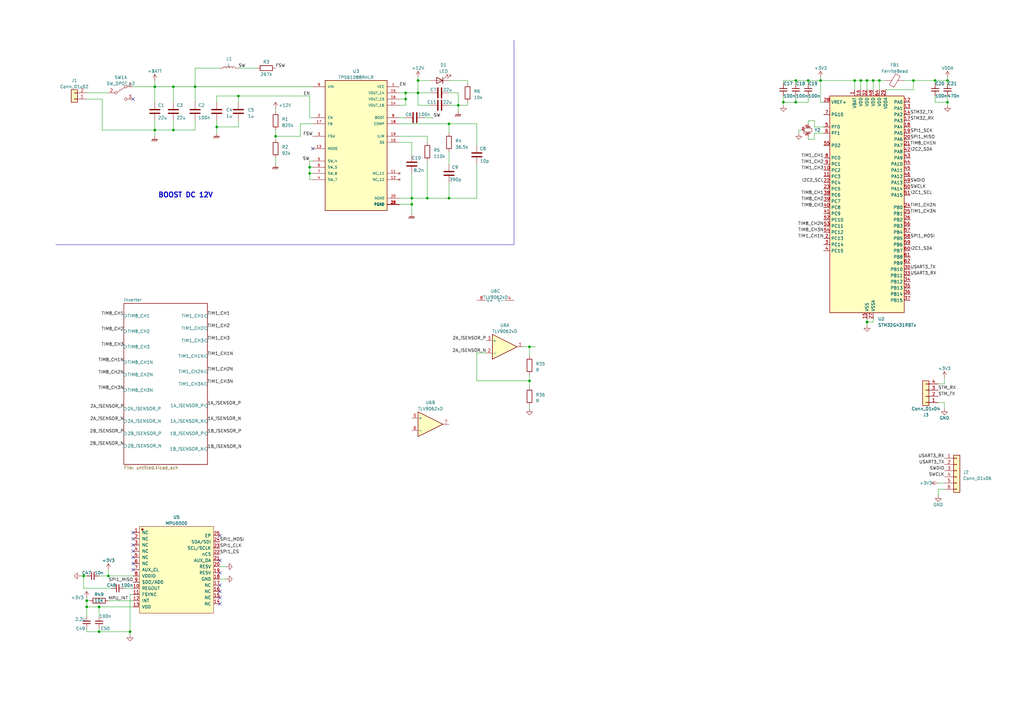
<source format=kicad_sch>
(kicad_sch (version 20230121) (generator eeschema)
  (paper "A3")
  (title_block (title "bldc_controller") (date "2023-12-04"))
  (lib_symbols
    (symbol "Amplifier_Operational:TLV9062xD" (pin_names (offset 0.127))
      (property "Reference" "U" (at 2.54 6.35 0))
      (property "Value" "TLV9062xD" (at 2.54 3.81 0))
      (symbol "TLV9062xD_1_1"
        (polyline (pts (xy 5.08 0) (xy -5.08 5.08) (xy -5.08 -5.08) (xy 5.08 0)) (stroke (width 0.254)) (fill (type background)))
        (pin output line (at 7.62 0 180) (length 2.54) (name "~") (number "1"))
        (pin input line (at -7.62 -2.54 0) (length 2.54) (name "-") (number "2"))
        (pin input line (at -7.62 2.54 0) (length 2.54) (name "+") (number "3"))
      )
      (symbol "TLV9062xD_2_1"
        (polyline (pts (xy 5.08 0) (xy -5.08 5.08) (xy -5.08 -5.08) (xy 5.08 0)) (stroke (width 0.254)) (fill (type background)))
        (pin input line (at -7.62 2.54 0) (length 2.54) (name "+") (number "5"))
        (pin input line (at -7.62 -2.54 0) (length 2.54) (name "-") (number "6"))
        (pin output line (at 7.62 0 180) (length 2.54) (name "~") (number "7"))
      )
      (symbol "TLV9062xD_3_1"
        (pin power_in line (at 0 -7.62 90) (length 3.81) (name "V-") (number "4"))
        (pin power_in line (at 0 7.62 270) (length 3.81) (name "V+") (number "8"))
      )
    )
    (symbol "Connector_Generic:Conn_01x02" (pin_names (offset 1.016) hide)
      (property "Reference" "J" (at 0 2.54 0))
      (property "Value" "Conn_01x02" (at 0 -5.08 0))
      (symbol "Conn_01x02_1_1"
        (rectangle (start -1.27 -2.413) (end 0 -2.667) (stroke (width 0.1524)))
        (rectangle (start -1.27 0.127) (end 0 -0.127) (stroke (width 0.1524)))
        (rectangle (start -1.27 1.27) (end 1.27 -3.81) (stroke (width 0.254)) (fill (type background)))
        (pin passive line (at -5.08 0 0) (length 3.81) (name "Pin_1") (number "1"))
        (pin passive line (at -5.08 -2.54 0) (length 3.81) (name "Pin_2") (number "2"))
      )
    )
    (symbol "Connector_Generic:Conn_01x04" (pin_names (offset 1.016) hide)
      (property "Reference" "J" (at 0 5.08 0))
      (property "Value" "Conn_01x04" (at 0 -7.62 0))
      (symbol "Conn_01x04_1_1"
        (rectangle (start -1.27 -4.953) (end 0 -5.207) (stroke (width 0.1524)))
        (rectangle (start -1.27 -2.413) (end 0 -2.667) (stroke (width 0.1524)))
        (rectangle (start -1.27 0.127) (end 0 -0.127) (stroke (width 0.1524)))
        (rectangle (start -1.27 2.667) (end 0 2.413) (stroke (width 0.1524)))
        (rectangle (start -1.27 3.81) (end 1.27 -6.35) (stroke (width 0.254)) (fill (type background)))
        (pin passive line (at -5.08 2.54 0) (length 3.81) (name "Pin_1") (number "1"))
        (pin passive line (at -5.08 0 0) (length 3.81) (name "Pin_2") (number "2"))
        (pin passive line (at -5.08 -2.54 0) (length 3.81) (name "Pin_3") (number "3"))
        (pin passive line (at -5.08 -5.08 0) (length 3.81) (name "Pin_4") (number "4"))
      )
    )
    (symbol "Connector_Generic:Conn_01x06" (pin_names (offset 1.016) hide)
      (property "Reference" "J" (at 0 7.62 0))
      (property "Value" "Conn_01x06" (at 0 -10.16 0))
      (symbol "Conn_01x06_1_1"
        (rectangle (start -1.27 -7.493) (end 0 -7.747) (stroke (width 0.1524)))
        (rectangle (start -1.27 -4.953) (end 0 -5.207) (stroke (width 0.1524)))
        (rectangle (start -1.27 -2.413) (end 0 -2.667) (stroke (width 0.1524)))
        (rectangle (start -1.27 0.127) (end 0 -0.127) (stroke (width 0.1524)))
        (rectangle (start -1.27 2.667) (end 0 2.413) (stroke (width 0.1524)))
        (rectangle (start -1.27 5.207) (end 0 4.953) (stroke (width 0.1524)))
        (rectangle (start -1.27 6.35) (end 1.27 -8.89) (stroke (width 0.254)) (fill (type background)))
        (pin passive line (at -5.08 5.08 0) (length 3.81) (name "Pin_1") (number "1"))
        (pin passive line (at -5.08 2.54 0) (length 3.81) (name "Pin_2") (number "2"))
        (pin passive line (at -5.08 0 0) (length 3.81) (name "Pin_3") (number "3"))
        (pin passive line (at -5.08 -2.54 0) (length 3.81) (name "Pin_4") (number "4"))
        (pin passive line (at -5.08 -5.08 0) (length 3.81) (name "Pin_5") (number "5"))
        (pin passive line (at -5.08 -7.62 0) (length 3.81) (name "Pin_6") (number "6"))
      )
    )
    (symbol "Device:C" (pin_numbers hide) (pin_names (offset 0.254))
      (property "Reference" "C" (at 0.635 2.54 0))
      (property "Value" "C" (at 0.635 -2.54 0))
      (symbol "C_0_1"
        (polyline (pts (xy -2.032 -0.762) (xy 2.032 -0.762)) (stroke (width 0.508)))
        (polyline (pts (xy -2.032 0.762) (xy 2.032 0.762)) (stroke (width 0.508)))
      )
      (symbol "C_1_1"
        (pin passive line (at 0 3.81 270) (length 2.794) (name "~") (number "1"))
        (pin passive line (at 0 -3.81 90) (length 2.794) (name "~") (number "2"))
      )
    )
    (symbol "Device:C_Small" (pin_numbers hide) (pin_names (offset 0.254) hide)
      (property "Reference" "C" (at 0.254 1.778 0))
      (property "Value" "C_Small" (at 0.254 -2.032 0))
      (symbol "C_Small_0_1"
        (polyline (pts (xy -1.524 -0.508) (xy 1.524 -0.508)) (stroke (width 0.3302)))
        (polyline (pts (xy -1.524 0.508) (xy 1.524 0.508)) (stroke (width 0.3048)))
      )
      (symbol "C_Small_1_1"
        (pin passive line (at 0 2.54 270) (length 2.032) (name "~") (number "1"))
        (pin passive line (at 0 -2.54 90) (length 2.032) (name "~") (number "2"))
      )
    )
    (symbol "Device:Crystal_GND2_Small" (pin_names (offset 1.016) hide)
      (property "Reference" "Y" (at 0 5.08 0))
      (property "Value" "Crystal_GND2_Small" (at 0 3.175 0))
      (symbol "Crystal_GND2_Small_0_1"
        (rectangle (start -0.762 -1.524) (end 0.762 1.524))
        (polyline (pts (xy -1.27 -0.762) (xy -1.27 0.762)) (stroke (width 0.381)))
        (polyline (pts (xy 1.27 -0.762) (xy 1.27 0.762)) (stroke (width 0.381)))
        (polyline (pts (xy -1.27 -1.27) (xy -1.27 -1.905) (xy 1.27 -1.905) (xy 1.27 -1.27)))
      )
      (symbol "Crystal_GND2_Small_1_1"
        (pin passive line (at -2.54 0 0) (length 1.27) (name "1") (number "1"))
        (pin passive line (at 0 -2.54 90) (length 0.635) (name "2") (number "2"))
        (pin passive line (at 2.54 0 180) (length 1.27) (name "3") (number "3"))
      )
    )
    (symbol "Device:FerriteBead" (pin_numbers hide) (pin_names (offset 0))
      (property "Reference" "FB" (at -3.81 0.635 90))
      (property "Value" "FerriteBead" (at 3.81 0 90))
      (symbol "FerriteBead_0_1"
        (polyline (pts (xy 0 -1.27) (xy 0 -1.2192)))
        (polyline (pts (xy 0 1.27) (xy 0 1.2954)))
        (polyline (pts (xy -2.7686 0.4064) (xy -1.7018 2.2606) (xy 2.7686 -0.3048) (xy 1.6764 -2.159) (xy -2.7686 0.4064)))
      )
      (symbol "FerriteBead_1_1"
        (pin passive line (at 0 3.81 270) (length 2.54) (name "~") (number "1"))
        (pin passive line (at 0 -3.81 90) (length 2.54) (name "~") (number "2"))
      )
    )
    (symbol "Device:L" (pin_numbers hide) (pin_names (offset 1.016) hide)
      (property "Reference" "L" (at -1.27 0 90))
      (property "Value" "L" (at 1.905 0 90))
      (symbol "L_0_1"
        (arc (start 0 -2.54) (mid 0.6323 -1.905) (end 0 -1.27))
        (arc (start 0 -1.27) (mid 0.6323 -0.635) (end 0 0))
        (arc (start 0 0) (mid 0.6323 0.635) (end 0 1.27))
        (arc (start 0 1.27) (mid 0.6323 1.905) (end 0 2.54))
      )
      (symbol "L_1_1"
        (pin passive line (at 0 3.81 270) (length 1.27) (name "1") (number "1"))
        (pin passive line (at 0 -3.81 90) (length 1.27) (name "2") (number "2"))
      )
    )
    (symbol "Device:LED" (pin_numbers hide) (pin_names (offset 1.016) hide)
      (property "Reference" "D" (at 0 2.54 0))
      (property "Value" "LED" (at 0 -2.54 0))
      (symbol "LED_0_1"
        (polyline (pts (xy -1.27 -1.27) (xy -1.27 1.27)) (stroke (width 0.254)))
        (polyline (pts (xy -1.27 0) (xy 1.27 0)))
        (polyline (pts (xy 1.27 -1.27) (xy 1.27 1.27) (xy -1.27 0) (xy 1.27 -1.27)) (stroke (width 0.254)))
        (polyline (pts (xy -3.048 -0.762) (xy -4.572 -2.286) (xy -3.81 -2.286) (xy -4.572 -2.286) (xy -4.572 -1.524)))
        (polyline (pts (xy -1.778 -0.762) (xy -3.302 -2.286) (xy -2.54 -2.286) (xy -3.302 -2.286) (xy -3.302 -1.524)))
      )
      (symbol "LED_1_1"
        (pin passive line (at -3.81 0 0) (length 2.54) (name "K") (number "1"))
        (pin passive line (at 3.81 0 180) (length 2.54) (name "A") (number "2"))
      )
    )
    (symbol "Device:R" (pin_numbers hide) (pin_names (offset 0))
      (property "Reference" "R" (at 2.032 0 90))
      (property "Value" "R" (at 0 0 90))
      (symbol "R_0_1"
        (rectangle (start -1.016 -2.54) (end 1.016 2.54) (stroke (width 0.254)))
      )
      (symbol "R_1_1"
        (pin passive line (at 0 3.81 270) (length 1.27) (name "~") (number "1"))
        (pin passive line (at 0 -3.81 90) (length 1.27) (name "~") (number "2"))
      )
    )
    (symbol "MCU_ST_STM32G4:STM32G431RBTx"
      (property "Reference" "U" (at -15.24 46.99 0))
      (property "Value" "STM32G431RBTx" (at 10.16 46.99 0))
      (symbol "STM32G431RBTx_0_1"
        (rectangle (start -15.24 -43.18) (end 15.24 45.72) (stroke (width 0.254)) (fill (type background)))
      )
      (symbol "STM32G431RBTx_1_1"
        (pin power_in line (at -5.08 48.26 270) (length 2.54) (name "VBAT") (number "1"))
        (pin bidirectional line (at -17.78 15.24 0) (length 2.54) (name "PC2") (number "10"))
        (pin bidirectional line (at -17.78 12.7 0) (length 2.54) (name "PC3") (number "11"))
        (pin bidirectional line (at 17.78 43.18 180) (length 2.54) (name "PA0") (number "12"))
        (pin bidirectional line (at 17.78 40.64 180) (length 2.54) (name "PA1") (number "13"))
        (pin bidirectional line (at 17.78 38.1 180) (length 2.54) (name "PA2") (number "14"))
        (pin power_in line (at 0 -45.72 90) (length 2.54) (name "VSS") (number "15"))
        (pin power_in line (at -2.54 48.26 270) (length 2.54) (name "VDD") (number "16"))
        (pin bidirectional line (at 17.78 35.56 180) (length 2.54) (name "PA3") (number "17"))
        (pin bidirectional line (at 17.78 33.02 180) (length 2.54) (name "PA4") (number "18"))
        (pin bidirectional line (at 17.78 30.48 180) (length 2.54) (name "PA5") (number "19"))
        (pin bidirectional line (at -17.78 -12.7 0) (length 2.54) (name "PC13") (number "2"))
        (pin bidirectional line (at 17.78 27.94 180) (length 2.54) (name "PA6") (number "20"))
        (pin bidirectional line (at 17.78 25.4 180) (length 2.54) (name "PA7") (number "21"))
        (pin bidirectional line (at -17.78 10.16 0) (length 2.54) (name "PC4") (number "22"))
        (pin bidirectional line (at -17.78 7.62 0) (length 2.54) (name "PC5") (number "23"))
        (pin bidirectional line (at 17.78 0 180) (length 2.54) (name "PB0") (number "24"))
        (pin bidirectional line (at 17.78 -2.54 180) (length 2.54) (name "PB1") (number "25"))
        (pin bidirectional line (at 17.78 -5.08 180) (length 2.54) (name "PB2") (number "26"))
        (pin power_in line (at 2.54 -45.72 90) (length 2.54) (name "VSSA") (number "27"))
        (pin input line (at -17.78 43.18 0) (length 2.54) (name "VREF+") (number "28"))
        (pin power_in line (at 7.62 48.26 270) (length 2.54) (name "VDDA") (number "29"))
        (pin bidirectional line (at -17.78 -15.24 0) (length 2.54) (name "PC14") (number "3"))
        (pin bidirectional line (at 17.78 -25.4 180) (length 2.54) (name "PB10") (number "30"))
        (pin passive line (at 0 -45.72 90) (length 2.54) hide (name "VSS") (number "31"))
        (pin power_in line (at 0 48.26 270) (length 2.54) (name "VDD") (number "32"))
        (pin bidirectional line (at 17.78 -27.94 180) (length 2.54) (name "PB11") (number "33"))
        (pin bidirectional line (at 17.78 -30.48 180) (length 2.54) (name "PB12") (number "34"))
        (pin bidirectional line (at 17.78 -33.02 180) (length 2.54) (name "PB13") (number "35"))
        (pin bidirectional line (at 17.78 -35.56 180) (length 2.54) (name "PB14") (number "36"))
        (pin bidirectional line (at 17.78 -38.1 180) (length 2.54) (name "PB15") (number "37"))
        (pin bidirectional line (at -17.78 5.08 0) (length 2.54) (name "PC6") (number "38"))
        (pin bidirectional line (at -17.78 2.54 0) (length 2.54) (name "PC7") (number "39"))
        (pin bidirectional line (at -17.78 -17.78 0) (length 2.54) (name "PC15") (number "4"))
        (pin bidirectional line (at -17.78 0 0) (length 2.54) (name "PC8") (number "40"))
        (pin bidirectional line (at -17.78 -2.54 0) (length 2.54) (name "PC9") (number "41"))
        (pin bidirectional line (at 17.78 22.86 180) (length 2.54) (name "PA8") (number "42"))
        (pin bidirectional line (at 17.78 20.32 180) (length 2.54) (name "PA9") (number "43"))
        (pin bidirectional line (at 17.78 17.78 180) (length 2.54) (name "PA10") (number "44"))
        (pin bidirectional line (at 17.78 15.24 180) (length 2.54) (name "PA11") (number "45"))
        (pin bidirectional line (at 17.78 12.7 180) (length 2.54) (name "PA12") (number "46"))
        (pin passive line (at 0 -45.72 90) (length 2.54) hide (name "VSS") (number "47"))
        (pin power_in line (at 2.54 48.26 270) (length 2.54) (name "VDD") (number "48"))
        (pin bidirectional line (at 17.78 10.16 180) (length 2.54) (name "PA13") (number "49"))
        (pin bidirectional line (at -17.78 33.02 0) (length 2.54) (name "PF0") (number "5"))
        (pin bidirectional line (at 17.78 7.62 180) (length 2.54) (name "PA14") (number "50"))
        (pin bidirectional line (at 17.78 5.08 180) (length 2.54) (name "PA15") (number "51"))
        (pin bidirectional line (at -17.78 -5.08 0) (length 2.54) (name "PC10") (number "52"))
        (pin bidirectional line (at -17.78 -7.62 0) (length 2.54) (name "PC11") (number "53"))
        (pin bidirectional line (at -17.78 -10.16 0) (length 2.54) (name "PC12") (number "54"))
        (pin bidirectional line (at -17.78 25.4 0) (length 2.54) (name "PD2") (number "55"))
        (pin bidirectional line (at 17.78 -7.62 180) (length 2.54) (name "PB3") (number "56"))
        (pin bidirectional line (at 17.78 -10.16 180) (length 2.54) (name "PB4") (number "57"))
        (pin bidirectional line (at 17.78 -12.7 180) (length 2.54) (name "PB5") (number "58"))
        (pin bidirectional line (at 17.78 -15.24 180) (length 2.54) (name "PB6") (number "59"))
        (pin bidirectional line (at -17.78 30.48 0) (length 2.54) (name "PF1") (number "6"))
        (pin bidirectional line (at 17.78 -17.78 180) (length 2.54) (name "PB7") (number "60"))
        (pin bidirectional line (at 17.78 -20.32 180) (length 2.54) (name "PB8") (number "61"))
        (pin bidirectional line (at 17.78 -22.86 180) (length 2.54) (name "PB9") (number "62"))
        (pin passive line (at 0 -45.72 90) (length 2.54) hide (name "VSS") (number "63"))
        (pin power_in line (at 5.08 48.26 270) (length 2.54) (name "VDD") (number "64"))
        (pin bidirectional line (at -17.78 38.1 0) (length 2.54) (name "PG10") (number "7"))
        (pin bidirectional line (at -17.78 20.32 0) (length 2.54) (name "PC0") (number "8"))
        (pin bidirectional line (at -17.78 17.78 0) (length 2.54) (name "PC1") (number "9"))
      )
    )
    (symbol "Switch:SW_DPDT_x2" (pin_names (offset 0) hide)
      (property "Reference" "SW" (at 0 4.318 0))
      (property "Value" "SW_DPDT_x2" (at 0 -5.08 0))
      (symbol "SW_DPDT_x2_0_0"
        (circle (center -2.032 0) (radius 0.508))
        (circle (center 2.032 -2.54) (radius 0.508))
      )
      (symbol "SW_DPDT_x2_0_1"
        (polyline (pts (xy -1.524 0.254) (xy 1.651 2.286)))
        (circle (center 2.032 2.54) (radius 0.508))
      )
      (symbol "SW_DPDT_x2_1_1"
        (pin passive line (at 5.08 2.54 180) (length 2.54) (name "A") (number "1"))
        (pin passive line (at -5.08 0 0) (length 2.54) (name "B") (number "2"))
        (pin passive line (at 5.08 -2.54 180) (length 2.54) (name "C") (number "3"))
      )
      (symbol "SW_DPDT_x2_2_1"
        (pin passive line (at 5.08 2.54 180) (length 2.54) (name "A") (number "4"))
        (pin passive line (at -5.08 0 0) (length 2.54) (name "B") (number "5"))
        (pin passive line (at 5.08 -2.54 180) (length 2.54) (name "C") (number "6"))
      )
    )
    (symbol "bldcDriver:MPU6500" (pin_names (offset 1.016))
      (property "Reference" "U" (at 0 20.447 0))
      (property "Value" "MPU6500" (at 0 25.527 0))
      (symbol "MPU6500_1_1"
        (rectangle (start -15.24 17.78) (end 15.24 -17.78) (stroke (width 0.1524)) (fill (type background)))
        (circle (center -13.97 16.51) (radius 0.381) (stroke (width 0.1524)) (fill (type outline)))
        (pin input line (at -17.78 15.24 0) (length 2.54) (name "NC") (number "1"))
        (pin input line (at -17.78 -7.62 0) (length 2.54) (name "REGOUT") (number "10"))
        (pin input line (at -17.78 -10.16 0) (length 2.54) (name "FSYNC") (number "11"))
        (pin input line (at -17.78 -12.7 0) (length 2.54) (name "INT") (number "12"))
        (pin input line (at -17.78 -15.24 0) (length 2.54) (name "VDD") (number "13"))
        (pin input line (at 17.78 -13.97 180) (length 2.54) (name "NC") (number "14"))
        (pin input line (at 17.78 -11.43 180) (length 2.54) (name "NC") (number "15"))
        (pin input line (at 17.78 -8.89 180) (length 2.54) (name "NC") (number "16"))
        (pin input line (at 17.78 -6.35 180) (length 2.54) (name "NC") (number "17"))
        (pin input line (at 17.78 -3.81 180) (length 2.54) (name "GND") (number "18"))
        (pin input line (at 17.78 -1.27 180) (length 2.54) (name "RESV") (number "19"))
        (pin input line (at -17.78 12.7 0) (length 2.54) (name "NC") (number "2"))
        (pin input line (at 17.78 1.27 180) (length 2.54) (name "RESV") (number "20"))
        (pin input line (at 17.78 3.81 180) (length 2.54) (name "AUX_DA") (number "21"))
        (pin input line (at 17.78 6.35 180) (length 2.54) (name "nCS") (number "22"))
        (pin input line (at 17.78 8.89 180) (length 2.54) (name "SCL/SCLK") (number "23"))
        (pin input line (at 17.78 11.43 180) (length 2.54) (name "SDA/SDI") (number "24"))
        (pin input line (at 17.78 13.97 180) (length 2.54) (name "EP") (number "25"))
        (pin input line (at -17.78 10.16 0) (length 2.54) (name "NC") (number "3"))
        (pin input line (at -17.78 7.62 0) (length 2.54) (name "NC") (number "4"))
        (pin input line (at -17.78 5.08 0) (length 2.54) (name "NC") (number "5"))
        (pin input line (at -17.78 2.54 0) (length 2.54) (name "NC") (number "6"))
        (pin input line (at -17.78 0 0) (length 2.54) (name "AUX_CL") (number "7"))
        (pin input line (at -17.78 -2.54 0) (length 2.54) (name "VDDIO") (number "8"))
        (pin input line (at -17.78 -5.08 0) (length 2.54) (name "SDO/AD0") (number "9"))
      )
    )
    (symbol "bldcDriver:TPS61088RHLR" (pin_names (offset 1.016))
      (property "Reference" "U" (at -12.7 26.4 0))
      (property "Value" "TPS61088RHLR" (at -12.7 -31.94 0))
      (symbol "TPS61088RHLR_0_0"
        (rectangle (start -12.7 25.4) (end 12.7 -27.94) (stroke (width 0.254)) (fill (type background)))
        (pin output line (at 17.78 22.86 180) (length 5.08) (name "VCC") (number "1"))
        (pin output line (at 17.78 0 180) (length 5.08) (name "SS") (number "10"))
        (pin no_connect line (at 17.78 -12.7 180) (length 5.08) (name "NC_11") (number "11"))
        (pin no_connect line (at 17.78 -15.24 180) (length 5.08) (name "NC_12") (number "12"))
        (pin input line (at -17.78 -2.54 0) (length 5.08) (name "MODE") (number "13"))
        (pin output line (at 17.78 15.24 180) (length 5.08) (name "VOUT_16") (number "14"))
        (pin output line (at 17.78 20.32 180) (length 5.08) (name "VOUT_14") (number "15"))
        (pin output line (at 17.78 17.78 180) (length 5.08) (name "VOUT_15") (number "16"))
        (pin input line (at -17.78 7.62 0) (length 5.08) (name "FB") (number "17"))
        (pin output line (at 17.78 7.62 180) (length 5.08) (name "COMP") (number "18"))
        (pin output line (at 17.78 2.54 180) (length 5.08) (name "ILIM") (number "19"))
        (pin input line (at -17.78 10.16 0) (length 5.08) (name "EN") (number "2"))
        (pin power_in line (at 17.78 -22.86 180) (length 5.08) (name "AGND") (number "20"))
        (pin power_in line (at 17.78 -25.4 180) (length 5.08) (name "PGND") (number "21"))
        (pin power_in line (at 17.78 -25.4 180) (length 5.08) (name "PGND") (number "22"))
        (pin power_in line (at 17.78 -25.4 180) (length 5.08) (name "PGND") (number "23"))
        (pin power_in line (at 17.78 -25.4 180) (length 5.08) (name "PGND") (number "24"))
        (pin power_in line (at 17.78 -25.4 180) (length 5.08) (name "PGND") (number "25"))
        (pin power_in line (at 17.78 -25.4 180) (length 5.08) (name "PGND") (number "26"))
        (pin power_in line (at 17.78 -25.4 180) (length 5.08) (name "PGND") (number "27"))
        (pin power_in line (at 17.78 -25.4 180) (length 5.08) (name "PGND") (number "28"))
        (pin power_in line (at 17.78 -25.4 180) (length 5.08) (name "PGND") (number "29"))
        (pin input line (at -17.78 2.54 0) (length 5.08) (name "FSW") (number "3"))
        (pin input line (at -17.78 -15.24 0) (length 5.08) (name "SW_7") (number "4"))
        (pin input line (at -17.78 -7.62 0) (length 5.08) (name "SW_4") (number "5"))
        (pin input line (at -17.78 -10.16 0) (length 5.08) (name "SW_5") (number "6"))
        (pin input line (at -17.78 -12.7 0) (length 5.08) (name "SW_6") (number "7"))
        (pin output line (at 17.78 10.16 180) (length 5.08) (name "BOOT") (number "8"))
        (pin input line (at -17.78 22.86 0) (length 5.08) (name "VIN") (number "9"))
      )
    )
    (symbol "power:+12V" (power) (pin_names (offset 0))
      (property "Value" "+12V" (at 0 3.556 0))
      (symbol "+12V_0_1"
        (polyline (pts (xy -0.762 1.27) (xy 0 2.54)))
        (polyline (pts (xy 0 0) (xy 0 2.54)))
        (polyline (pts (xy 0 2.54) (xy 0.762 1.27)))
      )
      (symbol "+12V_1_1"
        (pin power_in line (at 0 0 90) (length 0) hide (name "+12V") (number "1"))
      )
    )
    (symbol "power:+3V3" (power) (pin_names (offset 0))
      (property "Value" "+3V3" (at 0 3.556 0))
      (symbol "+3V3_0_1"
        (polyline (pts (xy -0.762 1.27) (xy 0 2.54)))
        (polyline (pts (xy 0 0) (xy 0 2.54)))
        (polyline (pts (xy 0 2.54) (xy 0.762 1.27)))
      )
      (symbol "+3V3_1_1"
        (pin power_in line (at 0 0 90) (length 0) hide (name "+3V3") (number "1"))
      )
    )
    (symbol "power:+BATT" (power) (pin_names (offset 0))
      (property "Value" "+BATT" (at 0 3.556 0))
      (symbol "+BATT_0_1"
        (polyline (pts (xy -0.762 1.27) (xy 0 2.54)))
        (polyline (pts (xy 0 0) (xy 0 2.54)))
        (polyline (pts (xy 0 2.54) (xy 0.762 1.27)))
      )
      (symbol "+BATT_1_1"
        (pin power_in line (at 0 0 90) (length 0) hide (name "+BATT") (number "1"))
      )
    )
    (symbol "power:GND" (power) (pin_names (offset 0))
      (property "Value" "GND" (at 0 -3.81 0))
      (symbol "GND_0_1"
        (polyline (pts (xy 0 0) (xy 0 -1.27) (xy 1.27 -1.27) (xy 0 -2.54) (xy -1.27 -1.27) (xy 0 -1.27)))
      )
      (symbol "GND_1_1"
        (pin power_in line (at 0 0 270) (length 0) hide (name "GND") (number "1"))
      )
    )
    (symbol "power:GNDPWR" (power) (pin_names (offset 0))
      (property "Value" "GNDPWR" (at 0 -3.302 0))
      (symbol "GNDPWR_0_1"
        (polyline (pts (xy 0 -1.27) (xy 0 0)))
        (polyline (pts (xy -1.016 -1.27) (xy -1.27 -2.032) (xy -1.27 -2.032)) (stroke (width 0.2032)))
        (polyline (pts (xy -0.508 -1.27) (xy -0.762 -2.032) (xy -0.762 -2.032)) (stroke (width 0.2032)))
        (polyline (pts (xy 0 -1.27) (xy -0.254 -2.032) (xy -0.254 -2.032)) (stroke (width 0.2032)))
        (polyline (pts (xy 0.508 -1.27) (xy 0.254 -2.032) (xy 0.254 -2.032)) (stroke (width 0.2032)))
        (polyline (pts (xy 1.016 -1.27) (xy -1.016 -1.27) (xy -1.016 -1.27)) (stroke (width 0.2032)))
        (polyline (pts (xy 1.016 -1.27) (xy 0.762 -2.032) (xy 0.762 -2.032) (xy 0.762 -2.032)) (stroke (width 0.2032)))
      )
      (symbol "GNDPWR_1_1"
        (pin power_in line (at 0 0 270) (length 0) hide (name "GNDPWR") (number "1"))
      )
    )
    (symbol "power:VDDA" (power) (pin_names (offset 0))
      (property "Value" "VDDA" (at 0 3.81 0))
      (symbol "VDDA_0_1"
        (polyline (pts (xy -0.762 1.27) (xy 0 2.54)))
        (polyline (pts (xy 0 0) (xy 0 2.54)))
        (polyline (pts (xy 0 2.54) (xy 0.762 1.27)))
      )
      (symbol "VDDA_1_1"
        (pin power_in line (at 0 0 90) (length 0) hide (name "VDDA") (number "1"))
      )
    )
  )
  (junction (at 127 68.58))
  (junction (at 388.62 33.02))
  (junction (at 355.6 33.02))
  (junction (at 217.17 156.21))
  (junction (at 127 71.12))
  (junction (at 171.45 33.02))
  (junction (at 331.47 33.02))
  (junction (at 321.31 41.91))
  (junction (at 168.91 81.28))
  (junction (at 40.64 259.08))
  (junction (at 40.64 248.92))
  (junction (at 171.45 38.1))
  (junction (at 217.17 142.24))
  (junction (at 44.45 236.22))
  (junction (at 166.37 38.1))
  (junction (at 35.56 248.92))
  (junction (at 358.14 33.02))
  (junction (at 63.5 53.34))
  (junction (at 326.39 33.02))
  (junction (at 187.96 43.18))
  (junction (at 71.12 53.34))
  (junction (at 35.56 246.38))
  (junction (at 374.65 33.02))
  (junction (at 80.01 35.56))
  (junction (at 166.37 40.64))
  (junction (at 168.91 83.82))
  (junction (at 353.06 33.02))
  (junction (at 34.29 236.22))
  (junction (at 113.03 55.88))
  (junction (at 71.12 35.56))
  (junction (at 184.15 81.28))
  (junction (at 360.68 33.02))
  (junction (at 383.54 33.02))
  (junction (at 63.5 35.56))
  (junction (at 175.26 81.28))
  (junction (at 97.79 39.37))
  (junction (at 350.52 33.02))
  (junction (at 336.55 33.02))
  (junction (at 88.9 52.07))
  (junction (at 326.39 41.91))
  (junction (at 355.6 132.08))
  (junction (at 184.15 50.8))
  (junction (at 53.34 259.08))
  (junction (at 388.62 41.91))
  (no_connect (at 90.17 240.03))
  (no_connect (at 128.27 60.96))
  (no_connect (at 90.17 247.65))
  (no_connect (at 90.17 245.11))
  (no_connect (at 54.61 226.06))
  (no_connect (at 54.61 40.64))
  (no_connect (at 54.61 218.44))
  (no_connect (at 54.61 228.6))
  (no_connect (at 90.17 219.71))
  (no_connect (at 90.17 242.57))
  (no_connect (at 54.61 220.98))
  (no_connect (at 54.61 233.68))
  (no_connect (at 90.17 229.87))
  (no_connect (at 90.17 234.95))
  (no_connect (at 54.61 231.14))
  (no_connect (at 54.61 223.52))
  (wire (pts (xy 40.64 248.92) (xy 54.61 248.92)))
  (wire (pts (xy 168.91 83.82) (xy 168.91 87.63)))
  (wire (pts (xy 128.27 66.04) (xy 127 66.04)))
  (wire (pts (xy 123.19 50.8) (xy 123.19 55.88)))
  (wire (pts (xy 327.66 53.34) (xy 327.66 54.61)))
  (wire (pts (xy 88.9 39.37) (xy 88.9 41.91)))
  (wire (pts (xy 163.83 55.88) (xy 175.26 55.88)))
  (wire (pts (xy 163.83 81.28) (xy 168.91 81.28)))
  (wire (pts (xy 217.17 167.64) (xy 217.17 166.37)))
  (wire (pts (xy 35.56 257.81) (xy 35.56 259.08)))
  (wire (pts (xy 168.91 58.42) (xy 168.91 63.5)))
  (wire (pts (xy 54.61 243.84) (xy 53.34 243.84)))
  (wire (pts (xy 321.31 33.02) (xy 321.31 34.29)))
  (wire (pts (xy 40.64 257.81) (xy 40.64 259.08)))
  (wire (pts (xy 358.14 132.08) (xy 355.6 132.08)))
  (wire (pts (xy 40.64 236.22) (xy 44.45 236.22)))
  (wire (pts (xy 175.26 66.04) (xy 175.26 81.28)))
  (wire (pts (xy 191.77 33.02) (xy 191.77 34.29)))
  (wire (pts (xy 321.31 41.91) (xy 321.31 43.18)))
  (wire (pts (xy 176.53 43.18) (xy 171.45 43.18)))
  (wire (pts (xy 353.06 33.02) (xy 353.06 36.83)))
  (polyline (pts (xy 22.86 100.33) (xy 210.82 100.33)))
  (wire (pts (xy 195.58 144.78) (xy 195.58 156.21)))
  (wire (pts (xy 191.77 43.18) (xy 187.96 43.18)))
  (wire (pts (xy 331.47 49.53) (xy 331.47 50.8)))
  (wire (pts (xy 383.54 33.02) (xy 388.62 33.02)))
  (wire (pts (xy 334.01 54.61) (xy 334.01 57.15)))
  (wire (pts (xy 71.12 35.56) (xy 71.12 41.91)))
  (wire (pts (xy 355.6 33.02) (xy 358.14 33.02)))
  (wire (pts (xy 334.01 49.53) (xy 331.47 49.53)))
  (wire (pts (xy 173.99 48.26) (xy 177.8 48.26)))
  (wire (pts (xy 187.96 43.18) (xy 187.96 38.1)))
  (wire (pts (xy 80.01 35.56) (xy 128.27 35.56)))
  (wire (pts (xy 350.52 33.02) (xy 353.06 33.02)))
  (wire (pts (xy 175.26 81.28) (xy 184.15 81.28)))
  (wire (pts (xy 384.81 165.1) (xy 387.35 165.1)))
  (wire (pts (xy 199.39 144.78) (xy 195.58 144.78)))
  (wire (pts (xy 184.15 50.8) (xy 195.58 50.8)))
  (wire (pts (xy 363.22 36.83) (xy 374.65 36.83)))
  (wire (pts (xy 326.39 41.91) (xy 331.47 41.91)))
  (wire (pts (xy 370.84 33.02) (xy 374.65 33.02)))
  (wire (pts (xy 374.65 36.83) (xy 374.65 33.02)))
  (wire (pts (xy 331.47 39.37) (xy 331.47 41.91)))
  (wire (pts (xy 123.19 55.88) (xy 113.03 55.88)))
  (wire (pts (xy 97.79 41.91) (xy 97.79 39.37)))
  (wire (pts (xy 388.62 41.91) (xy 388.62 43.18)))
  (wire (pts (xy 163.83 83.82) (xy 168.91 83.82)))
  (wire (pts (xy 336.55 41.91) (xy 337.82 41.91)))
  (wire (pts (xy 355.6 132.08) (xy 355.6 133.35)))
  (wire (pts (xy 35.56 248.92) (xy 35.56 246.38)))
  (wire (pts (xy 90.17 27.94) (xy 80.01 27.94)))
  (wire (pts (xy 388.62 31.75) (xy 388.62 33.02)))
  (wire (pts (xy 97.79 49.53) (xy 97.79 52.07)))
  (wire (pts (xy 187.96 43.18) (xy 187.96 45.72)))
  (wire (pts (xy 41.91 53.34) (xy 63.5 53.34)))
  (wire (pts (xy 63.5 53.34) (xy 63.5 55.88)))
  (wire (pts (xy 168.91 71.12) (xy 168.91 81.28)))
  (wire (pts (xy 331.47 55.88) (xy 331.47 57.15)))
  (wire (pts (xy 175.26 55.88) (xy 175.26 58.42)))
  (wire (pts (xy 337.82 52.07) (xy 334.01 52.07)))
  (wire (pts (xy 331.47 33.02) (xy 331.47 34.29)))
  (wire (pts (xy 326.39 39.37) (xy 326.39 41.91)))
  (wire (pts (xy 327.66 53.34) (xy 328.93 53.34)))
  (wire (pts (xy 171.45 33.02) (xy 176.53 33.02)))
  (wire (pts (xy 350.52 33.02) (xy 350.52 36.83)))
  (wire (pts (xy 217.17 156.21) (xy 217.17 153.67)))
  (wire (pts (xy 358.14 33.02) (xy 360.68 33.02)))
  (wire (pts (xy 80.01 49.53) (xy 80.01 53.34)))
  (wire (pts (xy 36.83 246.38) (xy 35.56 246.38)))
  (wire (pts (xy 387.35 154.94) (xy 387.35 157.48)))
  (wire (pts (xy 127 73.66) (xy 128.27 73.66)))
  (wire (pts (xy 195.58 156.21) (xy 217.17 156.21)))
  (wire (pts (xy 41.91 40.64) (xy 41.91 53.34)))
  (wire (pts (xy 388.62 34.29) (xy 388.62 33.02)))
  (polyline (pts (xy 210.82 16.51) (xy 210.82 100.33)))
  (wire (pts (xy 374.65 33.02) (xy 383.54 33.02)))
  (wire (pts (xy 355.6 130.81) (xy 355.6 132.08)))
  (wire (pts (xy 80.01 35.56) (xy 80.01 41.91)))
  (wire (pts (xy 321.31 39.37) (xy 321.31 41.91)))
  (wire (pts (xy 127 68.58) (xy 127 71.12)))
  (wire (pts (xy 184.15 33.02) (xy 191.77 33.02)))
  (wire (pts (xy 71.12 53.34) (xy 63.5 53.34)))
  (wire (pts (xy 163.83 48.26) (xy 166.37 48.26)))
  (wire (pts (xy 113.03 44.45) (xy 113.03 45.72)))
  (wire (pts (xy 195.58 67.31) (xy 195.58 81.28)))
  (wire (pts (xy 113.03 55.88) (xy 113.03 53.34)))
  (wire (pts (xy 53.34 259.08) (xy 53.34 260.35)))
  (wire (pts (xy 34.29 241.3) (xy 34.29 236.22)))
  (wire (pts (xy 171.45 33.02) (xy 171.45 31.75)))
  (wire (pts (xy 336.55 33.02) (xy 350.52 33.02)))
  (wire (pts (xy 184.15 38.1) (xy 187.96 38.1)))
  (wire (pts (xy 97.79 39.37) (xy 127 39.37)))
  (wire (pts (xy 127 71.12) (xy 127 73.66)))
  (wire (pts (xy 166.37 38.1) (xy 171.45 38.1)))
  (wire (pts (xy 388.62 39.37) (xy 388.62 41.91)))
  (wire (pts (xy 88.9 39.37) (xy 97.79 39.37)))
  (wire (pts (xy 166.37 40.64) (xy 163.83 40.64)))
  (wire (pts (xy 34.29 236.22) (xy 33.02 236.22)))
  (wire (pts (xy 63.5 35.56) (xy 71.12 35.56)))
  (wire (pts (xy 54.61 35.56) (xy 63.5 35.56)))
  (wire (pts (xy 50.8 241.3) (xy 54.61 241.3)))
  (wire (pts (xy 53.34 243.84) (xy 53.34 259.08)))
  (wire (pts (xy 336.55 31.75) (xy 336.55 33.02)))
  (wire (pts (xy 53.34 259.08) (xy 40.64 259.08)))
  (wire (pts (xy 63.5 33.02) (xy 63.5 35.56)))
  (wire (pts (xy 184.15 43.18) (xy 187.96 43.18)))
  (wire (pts (xy 35.56 40.64) (xy 41.91 40.64)))
  (wire (pts (xy 384.81 157.48) (xy 387.35 157.48)))
  (wire (pts (xy 217.17 156.21) (xy 217.17 158.75)))
  (wire (pts (xy 71.12 49.53) (xy 71.12 53.34)))
  (wire (pts (xy 191.77 41.91) (xy 191.77 43.18)))
  (wire (pts (xy 166.37 43.18) (xy 163.83 43.18)))
  (wire (pts (xy 171.45 38.1) (xy 171.45 33.02)))
  (wire (pts (xy 163.83 58.42) (xy 168.91 58.42)))
  (wire (pts (xy 358.14 33.02) (xy 358.14 36.83)))
  (wire (pts (xy 355.6 33.02) (xy 355.6 36.83)))
  (wire (pts (xy 127 39.37) (xy 127 48.26)))
  (wire (pts (xy 384.81 200.66) (xy 387.35 200.66)))
  (wire (pts (xy 44.45 246.38) (xy 54.61 246.38)))
  (wire (pts (xy 127 66.04) (xy 127 68.58)))
  (wire (pts (xy 127 68.58) (xy 128.27 68.58)))
  (wire (pts (xy 34.29 241.3) (xy 45.72 241.3)))
  (wire (pts (xy 163.83 50.8) (xy 184.15 50.8)))
  (wire (pts (xy 217.17 142.24) (xy 217.17 146.05)))
  (wire (pts (xy 168.91 81.28) (xy 175.26 81.28)))
  (wire (pts (xy 387.35 165.1) (xy 387.35 167.64)))
  (wire (pts (xy 326.39 33.02) (xy 326.39 34.29)))
  (wire (pts (xy 358.14 130.81) (xy 358.14 132.08)))
  (wire (pts (xy 321.31 33.02) (xy 326.39 33.02)))
  (wire (pts (xy 127 71.12) (xy 128.27 71.12)))
  (wire (pts (xy 166.37 40.64) (xy 166.37 43.18)))
  (wire (pts (xy 113.03 55.88) (xy 113.03 57.15)))
  (wire (pts (xy 40.64 248.92) (xy 40.64 252.73)))
  (wire (pts (xy 168.91 81.28) (xy 168.91 83.82)))
  (wire (pts (xy 336.55 33.02) (xy 336.55 41.91)))
  (wire (pts (xy 383.54 34.29) (xy 383.54 33.02)))
  (wire (pts (xy 54.61 236.22) (xy 44.45 236.22)))
  (wire (pts (xy 90.17 237.49) (xy 92.71 237.49)))
  (wire (pts (xy 384.81 200.66) (xy 384.81 203.2)))
  (wire (pts (xy 35.56 259.08) (xy 40.64 259.08)))
  (wire (pts (xy 35.56 246.38) (xy 35.56 245.11)))
  (wire (pts (xy 35.56 248.92) (xy 35.56 252.73)))
  (wire (pts (xy 35.56 236.22) (xy 34.29 236.22)))
  (wire (pts (xy 71.12 35.56) (xy 80.01 35.56)))
  (wire (pts (xy 44.45 233.68) (xy 44.45 236.22)))
  (wire (pts (xy 214.63 142.24) (xy 217.17 142.24)))
  (wire (pts (xy 127 48.26) (xy 128.27 48.26)))
  (wire (pts (xy 360.68 33.02) (xy 363.22 33.02)))
  (wire (pts (xy 88.9 49.53) (xy 88.9 52.07)))
  (wire (pts (xy 184.15 62.23) (xy 184.15 67.31)))
  (wire (pts (xy 383.54 39.37) (xy 383.54 41.91)))
  (wire (pts (xy 326.39 33.02) (xy 331.47 33.02)))
  (wire (pts (xy 337.82 54.61) (xy 334.01 54.61)))
  (wire (pts (xy 35.56 38.1) (xy 44.45 38.1)))
  (wire (pts (xy 88.9 52.07) (xy 88.9 54.61)))
  (wire (pts (xy 113.03 64.77) (xy 113.03 67.31)))
  (wire (pts (xy 184.15 50.8) (xy 184.15 54.61)))
  (wire (pts (xy 80.01 53.34) (xy 71.12 53.34)))
  (wire (pts (xy 360.68 33.02) (xy 360.68 36.83)))
  (wire (pts (xy 63.5 49.53) (xy 63.5 53.34)))
  (wire (pts (xy 383.54 41.91) (xy 388.62 41.91)))
  (wire (pts (xy 171.45 43.18) (xy 171.45 38.1)))
  (wire (pts (xy 217.17 142.24) (xy 219.71 142.24)))
  (wire (pts (xy 331.47 33.02) (xy 336.55 33.02)))
  (wire (pts (xy 195.58 81.28) (xy 184.15 81.28)))
  (wire (pts (xy 334.01 52.07) (xy 334.01 49.53)))
  (wire (pts (xy 195.58 50.8) (xy 195.58 59.69)))
  (wire (pts (xy 90.17 232.41) (xy 92.71 232.41)))
  (wire (pts (xy 97.79 52.07) (xy 88.9 52.07)))
  (wire (pts (xy 80.01 27.94) (xy 80.01 35.56)))
  (wire (pts (xy 163.83 38.1) (xy 166.37 38.1)))
  (wire (pts (xy 97.79 27.94) (xy 105.41 27.94)))
  (wire (pts (xy 334.01 57.15) (xy 331.47 57.15)))
  (wire (pts (xy 321.31 41.91) (xy 326.39 41.91)))
  (wire (pts (xy 35.56 248.92) (xy 40.64 248.92)))
  (wire (pts (xy 166.37 38.1) (xy 166.37 40.64)))
  (wire (pts (xy 353.06 33.02) (xy 355.6 33.02)))
  (wire (pts (xy 128.27 50.8) (xy 123.19 50.8)))
  (wire (pts (xy 63.5 35.56) (xy 63.5 41.91)))
  (wire (pts (xy 184.15 74.93) (xy 184.15 81.28)))
  (wire (pts (xy 384.81 198.12) (xy 387.35 198.12)))
  (wire (pts (xy 171.45 38.1) (xy 176.53 38.1)))
  (text "BOOST DC 12V" (at 64.77 81.28 0) (effects (font (size 2 2) (thickness 0.4) bold) (justify left bottom)))
  (label "SWCLK" (at 387.35 195.58 180))
  (label "TIM1_CH3N" (at 373.38 87.63 0))
  (label "USART3_RX" (at 373.38 113.03 0))
  (label "TIM1_CH2" (at 337.82 67.31 180))
  (label "EN" (at 124.46 39.37 0))
  (label "2B_iSENSOR_N" (at 50.8 182.88 180))
  (label "TIM1_CH1" (at 337.82 64.77 180))
  (label "TIM8_CH2" (at 337.82 82.55 180))
  (label "TIM1_CH1N" (at 337.82 97.79 180))
  (label "TIM8_CH1N" (at 373.38 59.69 0))
  (label "2A_iSENSOR_P" (at 50.8 167.64 180))
  (label "SW" (at 127 66.04 180))
  (label "STM_TX" (at 384.81 162.56 0))
  (label "TIM8_CH2N" (at 50.8 153.67 180))
  (label "SPI1_SCK" (at 373.38 54.61 0))
  (label "TIM1_CH2N" (at 85.09 152.4 0))
  (label "I2C1_SDA" (at 373.38 102.87 0))
  (label "SW" (at 177.8 48.26 0))
  (label "USART3_TX" (at 387.35 190.5 180))
  (label "STM32_TX" (at 373.38 46.99 0))
  (label "TIM8_CH2" (at 50.8 135.89 180))
  (label "TIM8_CH3N" (at 337.82 95.25 180))
  (label "TIM8_CH1N" (at 50.8 148.59 180))
  (label "I2C2_SDA" (at 373.38 62.23 0))
  (label "TIM1_CH3" (at 337.82 69.85 180))
  (label "STM32_RX" (at 373.38 49.53 0))
  (label "SWDIO" (at 373.38 74.93 0))
  (label "SW" (at 97.79 27.94 0))
  (label "TIM1_CH2N" (at 373.38 85.09 0))
  (label "SPI1_CLK" (at 90.17 224.79 0))
  (label "SWCLK" (at 373.38 77.47 0))
  (label "TIM1_CH1" (at 85.09 129.54 0))
  (label "USART3_TX" (at 373.38 110.49 0))
  (label "TIM1_CH3N" (at 85.09 157.48 0))
  (label "1B_iSENSOR_N" (at 85.09 184.15 0))
  (label "MPU_INT" (at 44.45 246.38 0))
  (label "TIM1_CH2" (at 85.09 134.62 0))
  (label "SPI1_CS" (at 90.17 227.33 0))
  (label "TIM8_CH3" (at 50.8 142.24 180))
  (label "1A_iSENSOR_N" (at 85.09 172.72 0))
  (label "EN" (at 163.83 35.56 0))
  (label "1B_iSENSOR_P" (at 85.09 177.8 0))
  (label "SPI1_MISO" (at 373.38 57.15 0))
  (label "SPI1_MOSI" (at 90.17 222.25 0))
  (label "I2C1_SCL" (at 373.38 80.01 0))
  (label "SPI1_MOSI" (at 373.38 97.79 0))
  (label "2A_iSENSOR_P" (at 199.39 139.7 180))
  (label "2A_iSENSOR_N" (at 199.39 144.78 180))
  (label "TIM8_CH1" (at 50.8 129.54 180))
  (label "STM_RX" (at 384.81 160.02 0))
  (label "FSW" (at 113.03 27.94 0))
  (label "TIM8_CH3N" (at 50.8 160.02 180))
  (label "2B_iSENSOR_P" (at 50.8 177.8 180))
  (label "2A_iSENSOR_N" (at 50.8 172.72 180))
  (label "FSW" (at 128.27 55.88 180))
  (label "TIM8_CH3" (at 337.82 85.09 180))
  (label "USART3_RX" (at 387.35 187.96 180))
  (label "TIM1_CH3" (at 85.09 139.7 0))
  (label "TIM8_CH1" (at 337.82 80.01 180))
  (label "I2C2_SCL" (at 337.82 74.93 180))
  (label "SWDIO" (at 387.35 193.04 180))
  (label "TIM8_CH2N" (at 337.82 92.71 180))
  (label "TIM1_CH1N" (at 85.09 146.05 0))
  (label "1A_iSENSOR_P" (at 85.09 166.37 0))
  (label "SPI1_MISO" (at 54.61 238.76 180))
  (symbol (lib_id "Device:C") (at 170.18 48.26 90) (unit 1)
    (property "Reference" "C6" (at 168.91 46.99 90) (effects (justify left)))
    (property "Value" "100n" (at 176.53 46.99 90) (effects (justify left)))
  )
  (symbol (lib_id "power:+12V") (at 113.03 44.45 0) (unit 1)
    (property "Reference" "#PWR05" (effects hide))
    (property "Value" "+12V" (at 116.84 43.18 0))
  )
  (symbol (lib_id "Connector_Generic:Conn_01x02") (at 30.48 40.64 180) (unit 1)
    (property "Reference" "J1" (at 30.48 33.02 0))
    (property "Value" "Conn_01x02" (at 30.48 35.56 0))
  )
  (symbol (lib_id "Device:R") (at 40.64 246.38 90) (unit 1)
    (property "Reference" "R49" (at 40.64 243.84 90))
    (property "Value" "10K" (at 40.64 246.38 90))
  )
  (symbol (lib_id "Device:C_Small") (at 383.54 36.83 0) (unit 1)
    (property "Reference" "C20" (at 383.54 34.29 0) (effects (justify left)))
    (property "Value" "100n" (at 383.54 39.37 0) (effects (justify left)))
  )
  (symbol (lib_id "power:GND") (at 217.17 167.64 0) (unit 1)
    (property "Reference" "#PWR053" (effects hide))
    (property "Value" "GND" (effects hide))
  )
  (symbol (lib_id "Device:C") (at 80.01 45.72 0) (unit 1)
    (property "Reference" "C2" (at 81.28 43.18 0) (effects (justify left)))
    (property "Value" "100n" (at 81.28 48.26 0) (effects (justify left)))
  )
  (symbol (lib_id "power:GND") (at 33.02 236.22 270) (unit 1)
    (property "Reference" "#PWR047" (effects hide))
    (property "Value" "GND" (effects hide))
  )
  (symbol (lib_id "Device:C_Small") (at 38.1 236.22 90) (unit 1)
    (property "Reference" "C47" (at 35.56 234.95 90))
    (property "Value" "10n" (at 40.64 234.95 90))
  )
  (symbol (lib_id "Amplifier_Operational:TLV9062xD") (at 203.2 123.19 90) (unit 3)
    (property "Reference" "U6" (at 203.2 119.38 90))
    (property "Value" "TLV9062xD" (at 203.2 121.92 90))
    (property "Footprint" "Package_SO:SOIC-8_3.9x4.9mm_P1.27mm" (effects hide))
    (property "Datasheet" "https://www.ti.com/lit/ds/symlink/tlv9062.pdf" (effects hide))
  )
  (symbol (lib_id "Device:Crystal_GND2_Small") (at 331.47 53.34 270) (unit 1)
    (property "Reference" "Y2" (at 334.01 53.34 90) (effects (justify left)))
    (property "Value" "Crystal_GND2_Small" (effects hide))
  )
  (symbol (lib_id "power:GND") (at 92.71 232.41 90) (unit 1)
    (property "Reference" "#PWR050" (effects hide))
    (property "Value" "GND" (effects hide))
  )
  (symbol (lib_id "power:GND") (at 53.34 260.35 0) (unit 1)
    (property "Reference" "#PWR048" (effects hide))
    (property "Value" "GND" (effects hide))
  )
  (symbol (lib_id "power:GND") (at 355.6 133.35 0) (unit 1)
    (property "Reference" "#PWR013" (effects hide))
    (property "Value" "GND" (effects hide))
  )
  (symbol (lib_id "Device:R") (at 217.17 162.56 0) (unit 1)
    (property "Reference" "R36" (at 219.71 161.925 0) (effects (justify left)))
    (property "Value" "R" (at 219.71 164.465 0) (effects (justify left)))
  )
  (symbol (lib_id "bldcDriver:MPU6500") (at 72.39 233.68 0) (unit 1)
    (property "Reference" "U5" (at 72.39 212.09 0))
    (property "Value" "MPU6500" (at 72.39 214.63 0))
    (property "Footprint" "balancerDriver:QFN-24_L3.0-W3.0-P0.40-BL-EP" (effects hide))
    (property "Datasheet" "http://www.szlcsc.com/product/details_51287.html" (effects hide))
    (property "SuppliersPartNumber" "C50278" (effects hide))
    (property "uuid" "std:1443a4d8380b43cfadbe0de0edec9812" (effects hide))
  )
  (symbol (lib_id "power:+3V3") (at 387.35 154.94 0) (unit 1)
    (property "Reference" "#PWR010" (effects hide))
    (property "Value" "+3V3" (at 387.35 151.13 0))
  )
  (symbol (lib_id "power:GNDPWR") (at 88.9 54.61 0) (unit 1)
    (property "Reference" "#PWR03" (effects hide))
    (property "Value" "GNDPWR" (effects hide))
  )
  (symbol (lib_id "power:GND") (at 321.31 43.18 0) (unit 1)
    (property "Reference" "#PWR043" (effects hide))
    (property "Value" "GND" (effects hide))
  )
  (symbol (lib_id "Device:C") (at 71.12 45.72 0) (unit 1)
    (property "Reference" "C3" (at 72.39 43.18 0) (effects (justify left)))
    (property "Value" "22u" (at 72.39 48.26 0) (effects (justify left)))
  )
  (symbol (lib_id "Device:C") (at 168.91 67.31 180) (unit 1)
    (property "Reference" "C10" (at 172.72 64.77 0) (effects (justify left)))
    (property "Value" "8.2n" (at 173.99 69.85 0) (effects (justify left)))
  )
  (symbol (lib_id "power:+12V") (at 171.45 31.75 0) (unit 1)
    (property "Reference" "#PWR04" (effects hide))
    (property "Value" "+12V" (at 171.45 27.94 0))
  )
  (symbol (lib_id "power:GND") (at 388.62 43.18 0) (unit 1)
    (property "Reference" "#PWR052" (effects hide))
    (property "Value" "GND" (effects hide))
  )
  (symbol (lib_id "Device:FerriteBead") (at 367.03 33.02 90) (unit 1)
    (property "Reference" "FB1" (at 366.9792 26.67 90))
    (property "Value" "FerriteBead" (at 366.9792 29.21 90))
  )
  (symbol (lib_id "power:VDDA") (at 388.62 31.75 0) (unit 1)
    (property "Reference" "#PWR011" (effects hide))
    (property "Value" "VDDA" (at 388.62 27.94 0))
  )
  (symbol (lib_id "Device:R") (at 113.03 60.96 0) (unit 1)
    (property "Reference" "R2" (at 115.57 60.325 0) (effects (justify left)))
    (property "Value" "92k" (at 115.57 62.865 0) (effects (justify left)))
  )
  (symbol (lib_id "Device:R") (at 113.03 49.53 0) (unit 1)
    (property "Reference" "R1" (at 115.57 48.895 0) (effects (justify left)))
    (property "Value" "825k" (at 115.57 51.435 0) (effects (justify left)))
  )
  (symbol (lib_id "power:+3V3") (at 35.56 245.11 0) (unit 1)
    (property "Reference" "#PWR049" (effects hide))
    (property "Value" "+3V3" (at 31.75 245.11 0))
  )
  (symbol (lib_id "power:GND") (at 92.71 237.49 90) (unit 1)
    (property "Reference" "#PWR051" (effects hide))
    (property "Value" "GND" (effects hide))
  )
  (symbol (lib_id "Amplifier_Operational:TLV9062xD") (at 207.01 142.24 0) (unit 1)
    (property "Reference" "U6" (at 207.01 133.35 0))
    (property "Value" "TLV9062xD" (at 207.01 135.89 0))
    (property "Footprint" "Package_SO:SOIC-8_3.9x4.9mm_P1.27mm" (effects hide))
    (property "Datasheet" "https://www.ti.com/lit/ds/symlink/tlv9062.pdf" (effects hide))
  )
  (symbol (lib_id "Amplifier_Operational:TLV9062xD") (at 176.53 173.99 0) (unit 2)
    (property "Reference" "U6" (at 176.53 165.1 0))
    (property "Value" "TLV9062xD" (at 176.53 167.64 0))
    (property "Footprint" "Package_SO:SOIC-8_3.9x4.9mm_P1.27mm" (effects hide))
    (property "Datasheet" "https://www.ti.com/lit/ds/symlink/tlv9062.pdf" (effects hide))
  )
  (symbol (lib_id "Device:R") (at 109.22 27.94 90) (unit 1)
    (property "Reference" "R3" (at 109.22 25.4 90))
    (property "Value" "267k" (at 109.22 30.48 90))
  )
  (symbol (lib_id "power:+3V3") (at 44.45 233.68 0) (unit 1)
    (property "Reference" "#PWR042" (effects hide))
    (property "Value" "+3V3" (at 44.45 229.87 0))
  )
  (symbol (lib_id "Device:C") (at 63.5 45.72 0) (unit 1)
    (property "Reference" "C1" (at 64.77 43.18 0) (effects (justify left)))
    (property "Value" "22u" (at 64.77 48.26 0) (effects (justify left)))
  )
  (symbol (lib_id "power:+3V3") (at 336.55 31.75 0) (unit 1)
    (property "Reference" "#PWR044" (effects hide))
    (property "Value" "+3V3" (at 336.55 27.94 0))
  )
  (symbol (lib_id "power:GNDPWR") (at 168.91 87.63 0) (unit 1)
    (property "Reference" "#PWR01" (effects hide))
    (property "Value" "GNDPWR" (effects hide))
  )
  (symbol (lib_id "Device:C_Small") (at 48.26 241.3 90) (unit 1)
    (property "Reference" "C48" (at 45.72 240.03 90))
    (property "Value" "100n" (at 52.07 240.03 90))
  )
  (symbol (lib_id "Device:L") (at 93.98 27.94 90) (unit 1)
    (property "Reference" "L1" (at 93.98 24.13 90))
    (property "Value" "L" (at 93.98 26.67 90))
  )
  (symbol (lib_id "Device:R") (at 191.77 38.1 180) (unit 1)
    (property "Reference" "R6" (at 194.31 37.465 0) (effects (justify right)))
    (property "Value" "10k" (at 194.31 40.005 0) (effects (justify right)))
  )
  (symbol (lib_id "Device:C_Small") (at 388.62 36.83 0) (unit 1)
    (property "Reference" "C21" (at 388.62 34.29 0) (effects (justify left)))
    (property "Value" "470n" (at 388.62 39.37 0) (effects (justify left)))
  )
  (symbol (lib_id "power:GND") (at 327.66 54.61 0) (unit 1)
    (property "Reference" "#PWR016" (effects hide))
    (property "Value" "GND" (effects hide))
  )
  (symbol (lib_id "power:GND") (at 387.35 167.64 0) (unit 1)
    (property "Reference" "#PWR012" (effects hide))
    (property "Value" "GND" (at 387.35 171.45 0))
  )
  (symbol (lib_id "Device:R") (at 175.26 62.23 0) (unit 1)
    (property "Reference" "R5" (at 177.8 61.595 0) (effects (justify left)))
    (property "Value" "110k" (at 177.8 64.135 0) (effects (justify left)))
  )
  (symbol (lib_id "Switch:SW_DPDT_x2") (at 49.53 38.1 0) (unit 1)
    (property "Reference" "SW1" (at 49.53 31.75 0))
    (property "Value" "SW_DPDT_x2" (at 49.53 34.29 0))
  )
  (symbol (lib_id "Device:C") (at 88.9 45.72 0) (unit 1)
    (property "Reference" "C4" (at 92.71 45.085 0) (effects (justify left)))
    (property "Value" "1u" (at 92.71 47.625 0) (effects (justify left)))
  )
  (symbol (lib_id "Device:C_Small") (at 331.47 36.83 0) (unit 1)
    (property "Reference" "C19" (at 331.47 34.29 0) (effects (justify left)))
    (property "Value" "100n" (at 331.47 39.37 0) (effects (justify left)))
  )
  (symbol (lib_id "power:GND") (at 384.81 203.2 0) (unit 1)
    (property "Reference" "#PWR045" (effects hide))
    (property "Value" "GND" (at 384.81 207.01 0))
  )
  (symbol (lib_id "bldcDriver:TPS61088RHLR") (at 146.05 58.42 0) (unit 1)
    (property "Reference" "U3" (at 146.05 29.21 0))
    (property "Value" "TPS61088RHLR" (at 146.05 31.75 0))
    (property "Footprint" "TPS61088RHLR:IC_TPS61088RHLR" (effects hide))
    (property "MF" "Texas Instruments" (effects hide))
    (property "MAXIMUM_PACKAGE_HEIGHT" "1.00mm" (effects hide))
    (property "Package" "VQFN-20 Texas Instruments" (effects hide))
    (property "Price" "None" (effects hide))
    (property "Check_prices" "https://www.snapeda.com/parts/TPS61088RHLR/Texas+Instruments/view-part/?ref=eda" (effects hide))
    (property "STANDARD" "Manufacturer Recommendations" (effects hide))
    (property "PARTREV" "4219071/A 05/2017" (effects hide))
    (property "SnapEDA_Link" "https://www.snapeda.com/parts/TPS61088RHLR/Texas+Instruments/view-part/?ref=snap" (effects hide))
    (property "MP" "TPS61088RHLR" (effects hide))
    (property "Purchase-URL" "https://www.snapeda.com/api/url_track_click_mouser/?unipart_id=229898&manufacturer=Texas Instruments&part_name=TPS61088RHLR&search_term=tps61088" (effects hide))
    (property "Description" "\n10-A Fully-Integrated Synchronous Boost Converter\n" (effects hide))
    (property "Availability" "In Stock" (effects hide))
    (property "MANUFACTURER" "Texas Instruments" (effects hide))
  )
  (symbol (lib_id "MCU_ST_STM32G4:STM32G431RBTx") (at 355.6 85.09 0) (unit 1)
    (property "Reference" "U2" (at 360.0959 130.81 0) (effects (justify left)))
    (property "Value" "STM32G431RBTx" (at 360.0959 133.35 0) (effects (justify left)))
    (property "Footprint" "Package_QFP:LQFP-64_10x10mm_P0.5mm" (effects hide))
    (property "Datasheet" "https://www.st.com/resource/en/datasheet/stm32g431rb.pdf" (effects hide))
  )
  (symbol (lib_id "power:GNDPWR") (at 63.5 55.88 0) (unit 1)
    (property "Reference" "#PWR02" (effects hide))
    (property "Value" "GNDPWR" (effects hide))
  )
  (symbol (lib_id "Device:LED") (at 180.34 33.02 180) (unit 1)
    (property "Reference" "D1" (at 181.9275 26.67 0))
    (property "Value" "LED" (at 181.9275 29.21 0))
  )
  (symbol (lib_id "Device:C") (at 180.34 38.1 90) (unit 1)
    (property "Reference" "C7" (at 179.07 36.83 90) (effects (justify left)))
    (property "Value" "22u" (at 185.42 36.83 90) (effects (justify left)))
  )
  (symbol (lib_id "Device:C") (at 97.79 45.72 0) (unit 1)
    (property "Reference" "C5" (at 101.6 45.085 0) (effects (justify left)))
    (property "Value" "1u" (at 101.6 47.625 0) (effects (justify left)))
  )
  (symbol (lib_id "Device:R") (at 217.17 149.86 0) (unit 1)
    (property "Reference" "R35" (at 219.71 149.225 0) (effects (justify left)))
    (property "Value" "R" (at 219.71 151.765 0) (effects (justify left)))
  )
  (symbol (lib_id "Device:C") (at 195.58 63.5 180) (unit 1)
    (property "Reference" "C8" (at 199.39 60.96 0) (effects (justify left)))
    (property "Value" "10p" (at 200.66 66.04 0) (effects (justify left)))
  )
  (symbol (lib_id "Device:C") (at 180.34 43.18 90) (unit 1)
    (property "Reference" "C11" (at 179.07 41.91 90) (effects (justify left)))
    (property "Value" "22u" (at 185.42 41.91 90) (effects (justify left)))
  )
  (symbol (lib_id "Connector_Generic:Conn_01x04") (at 379.73 162.56 180) (unit 1)
    (property "Reference" "J3" (at 379.73 170.18 0))
    (property "Value" "Conn_01x04" (at 379.73 167.64 0))
    (property "Footprint" "bat_rf:CONN-SMD_4P-P2.54_XH2.54-4AB_vertical" (effects hide))
  )
  (symbol (lib_id "Device:R") (at 184.15 58.42 0) (unit 1)
    (property "Reference" "R4" (at 186.69 57.785 0) (effects (justify left)))
    (property "Value" "36.5k" (at 186.69 60.325 0) (effects (justify left)))
  )
  (symbol (lib_id "Device:C_Small") (at 40.64 255.27 180) (unit 1)
    (property "Reference" "C50" (at 43.18 257.81 0))
    (property "Value" "100n" (at 43.18 252.73 0))
  )
  (symbol (lib_id "Device:C_Small") (at 321.31 36.83 0) (unit 1)
    (property "Reference" "C17" (at 321.31 34.29 0) (effects (justify left)))
    (property "Value" "100n" (at 321.31 39.37 0) (effects (justify left)))
  )
  (symbol (lib_id "power:GNDPWR") (at 113.03 67.31 0) (unit 1)
    (property "Reference" "#PWR06" (effects hide))
    (property "Value" "GNDPWR" (effects hide))
  )
  (symbol (lib_id "power:+BATT") (at 63.5 33.02 0) (unit 1)
    (property "Reference" "#PWR020" (effects hide))
    (property "Value" "+BATT" (at 63.5 29.21 0))
  )
  (symbol (lib_id "Device:C_Small") (at 326.39 36.83 0) (unit 1)
    (property "Reference" "C18" (at 326.39 34.29 0) (effects (justify left)))
    (property "Value" "100n" (at 326.39 39.37 0) (effects (justify left)))
  )
  (symbol (lib_id "Connector_Generic:Conn_01x06") (at 392.43 193.04 0) (unit 1)
    (property "Reference" "J2" (at 394.97 193.675 0) (effects (justify left)))
    (property "Value" "Conn_01x06" (at 394.97 196.215 0) (effects (justify left)))
  )
  (symbol (lib_id "power:GNDPWR") (at 187.96 45.72 0) (unit 1)
    (property "Reference" "#PWR07" (effects hide))
    (property "Value" "GNDPWR" (effects hide))
  )
  (symbol (lib_id "Device:C_Small") (at 35.56 255.27 180) (unit 1)
    (property "Reference" "C49" (at 33.02 257.81 0))
    (property "Value" "2.2U" (at 33.02 254 0))
  )
  (symbol (lib_id "power:+3V3") (at 384.81 198.12 90) (unit 1)
    (property "Reference" "#PWR046" (effects hide))
    (property "Value" "+3V3" (at 379.73 198.12 90))
  )
  (symbol (lib_id "Device:C") (at 184.15 71.12 180) (unit 1)
    (property "Reference" "C9" (at 187.96 68.58 0) (effects (justify left)))
    (property "Value" "390p" (at 189.23 73.66 0) (effects (justify left)))
  )
  (sheet (at 50.8 124.46) (size 34.29 66.04) (stroke (width 0.1524))
    (property "Sheetname" "inverter" (at 50.8 123.7484 0) (effects (justify left bottom)))
    (property "Sheetfile" "untitled.kicad_sch" (at 50.8 191.0846 0) (effects (justify left top)))
    (pin "TIM1_CH1N" input (at 85.09 146.05 0))
    (pin "TIM8_CH2" input (at 50.8 135.89 180))
    (pin "TIM8_CH1" input (at 50.8 129.54 180))
    (pin "TIM8_CH3" input (at 50.8 142.24 180))
    (pin "TIM8_CH2N" input (at 50.8 153.67 180))
    (pin "TIM8_CH1N" input (at 50.8 148.59 180))
    (pin "TIM8_CH3N" input (at 50.8 160.02 180))
    (pin "TIM1_CH2N" input (at 85.09 152.4 0))
    (pin "TIM1_CH3N" input (at 85.09 157.48 0))
    (pin "TIM1_CH2" input (at 85.09 134.62 0))
    (pin "TIM1_CH1" input (at 85.09 129.54 0))
    (pin "TIM1_CH3" input (at 85.09 139.7 0))
    (pin "1B_iSENSOR_P" input (at 85.09 177.8 0))
    (pin "1B_iSENSOR_N" input (at 85.09 184.15 0))
    (pin "1A_iSENSOR_P" input (at 85.09 166.37 0))
    (pin "1A_iSENSOR_N" input (at 85.09 172.72 0))
    (pin "2B_iSENSOR_N" input (at 50.8 182.88 180))
    (pin "2B_iSENSOR_P" input (at 50.8 177.8 180))
    (pin "2A_iSENSOR_P" input (at 50.8 167.64 180))
    (pin "2A_iSENSOR_N" input (at 50.8 172.72 180))
  )
)
</source>
